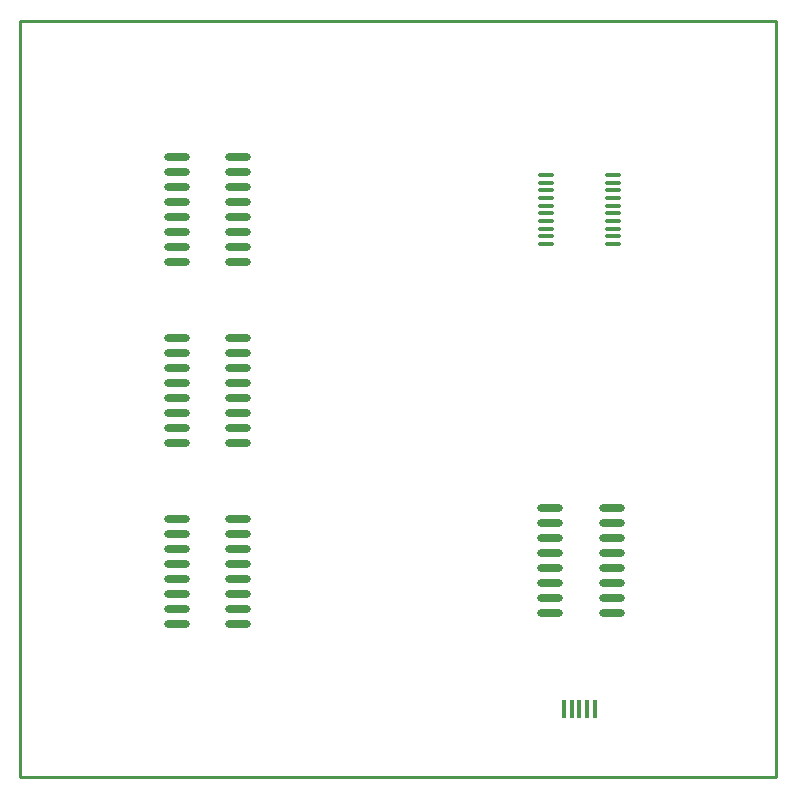
<source format=gbp>
G04 Layer_Color=128*
%FSLAX25Y25*%
%MOIN*%
G70*
G01*
G75*
%ADD13C,0.01000*%
%ADD24R,0.01575X0.06299*%
%ADD25O,0.08661X0.02362*%
%ADD26O,0.05905X0.01378*%
D13*
X0Y252000D02*
X252000D01*
Y0D02*
Y252000D01*
X0Y0D02*
X252000D01*
X0D02*
Y252000D01*
D24*
X191418Y22400D02*
D03*
X181182D02*
D03*
X188859D02*
D03*
X186300D02*
D03*
X183741D02*
D03*
D25*
X197036Y54600D02*
D03*
Y59600D02*
D03*
Y64600D02*
D03*
Y69600D02*
D03*
Y74600D02*
D03*
Y79600D02*
D03*
Y84600D02*
D03*
Y89600D02*
D03*
X176564D02*
D03*
Y84600D02*
D03*
Y79600D02*
D03*
Y74600D02*
D03*
Y69600D02*
D03*
Y64600D02*
D03*
Y59600D02*
D03*
Y54600D02*
D03*
X72536Y50800D02*
D03*
Y55800D02*
D03*
Y60800D02*
D03*
Y65800D02*
D03*
Y70800D02*
D03*
Y75800D02*
D03*
Y80800D02*
D03*
Y85800D02*
D03*
X52064D02*
D03*
Y80800D02*
D03*
Y75800D02*
D03*
Y70800D02*
D03*
Y65800D02*
D03*
Y60800D02*
D03*
Y55800D02*
D03*
Y50800D02*
D03*
Y206500D02*
D03*
Y201500D02*
D03*
Y196500D02*
D03*
Y191500D02*
D03*
Y186500D02*
D03*
Y181500D02*
D03*
Y176500D02*
D03*
Y171500D02*
D03*
X72536D02*
D03*
Y176500D02*
D03*
Y181500D02*
D03*
Y186500D02*
D03*
Y191500D02*
D03*
Y196500D02*
D03*
Y201500D02*
D03*
Y206500D02*
D03*
Y111150D02*
D03*
Y116150D02*
D03*
Y121150D02*
D03*
Y126150D02*
D03*
Y131150D02*
D03*
Y136150D02*
D03*
Y141150D02*
D03*
Y146150D02*
D03*
X52064D02*
D03*
Y141150D02*
D03*
Y136150D02*
D03*
Y131150D02*
D03*
Y126150D02*
D03*
Y121150D02*
D03*
Y116150D02*
D03*
Y111150D02*
D03*
D26*
X197627Y200516D02*
D03*
Y197957D02*
D03*
Y195398D02*
D03*
Y192839D02*
D03*
Y190279D02*
D03*
Y187721D02*
D03*
Y185161D02*
D03*
Y182602D02*
D03*
Y180043D02*
D03*
Y177484D02*
D03*
X175186Y200516D02*
D03*
Y197957D02*
D03*
Y195398D02*
D03*
Y192839D02*
D03*
Y190279D02*
D03*
Y187721D02*
D03*
Y185161D02*
D03*
Y182602D02*
D03*
Y180043D02*
D03*
Y177484D02*
D03*
M02*

</source>
